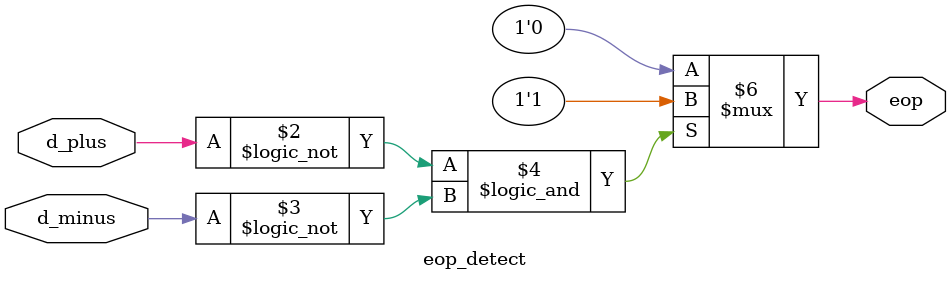
<source format=sv>
module eop_detect
(
	input wire d_plus,
	input wire d_minus,
	output reg eop
);

always_comb
begin
	if (!d_plus && !d_minus)
		eop = 1;
	else
		eop = 0;
end
endmodule


</source>
